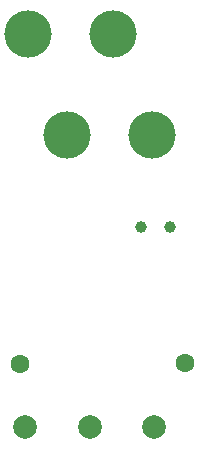
<source format=gbr>
%TF.GenerationSoftware,Altium Limited,Altium Designer,23.4.1 (23)*%
G04 Layer_Color=0*
%FSLAX45Y45*%
%MOMM*%
%TF.SameCoordinates,FC27E5CA-6F0E-4163-AE28-EC5EA92855B9*%
%TF.FilePolarity,Positive*%
%TF.FileFunction,Plated,1,2,PTH,Drill*%
%TF.Part,Single*%
G01*
G75*
%TA.AperFunction,ComponentDrill*%
%ADD33C,1.60000*%
%ADD34C,4.00000*%
%ADD35C,2.00000*%
%ADD36C,1.00000*%
D33*
X410000Y1090000D02*
D03*
X1810000Y1100000D02*
D03*
D34*
X1200200Y3879800D02*
D03*
X480200D02*
D03*
X810200Y3030200D02*
D03*
X1530200D02*
D03*
D35*
X452500Y550000D02*
D03*
X1000000D02*
D03*
X1547500D02*
D03*
D36*
X1430000Y2250000D02*
D03*
X1680000D02*
D03*
%TF.MD5,d36f36173045ad4b59664d5a9bb75c93*%
M02*

</source>
